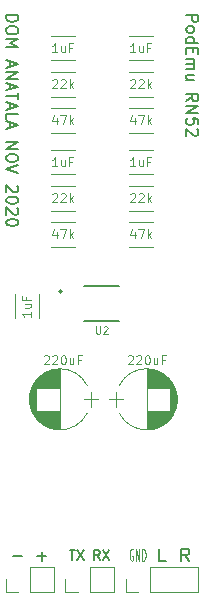
<source format=gbr>
%TF.GenerationSoftware,KiCad,Pcbnew,(5.1.8)-1*%
%TF.CreationDate,2020-11-16T23:50:31-05:00*%
%TF.ProjectId,podemu_customboard,706f6465-6d75-45f6-9375-73746f6d626f,rev?*%
%TF.SameCoordinates,Original*%
%TF.FileFunction,Legend,Top*%
%TF.FilePolarity,Positive*%
%FSLAX46Y46*%
G04 Gerber Fmt 4.6, Leading zero omitted, Abs format (unit mm)*
G04 Created by KiCad (PCBNEW (5.1.8)-1) date 2020-11-16 23:50:31*
%MOMM*%
%LPD*%
G01*
G04 APERTURE LIST*
%ADD10C,0.150000*%
%ADD11C,0.125000*%
%ADD12C,0.200000*%
%ADD13C,0.127000*%
%ADD14C,0.120000*%
%ADD15C,0.100000*%
G04 APERTURE END LIST*
D10*
X166679619Y-96505238D02*
X167679619Y-96505238D01*
X167679619Y-96743333D01*
X167632000Y-96886190D01*
X167536761Y-96981428D01*
X167441523Y-97029047D01*
X167251047Y-97076666D01*
X167108190Y-97076666D01*
X166917714Y-97029047D01*
X166822476Y-96981428D01*
X166727238Y-96886190D01*
X166679619Y-96743333D01*
X166679619Y-96505238D01*
X167679619Y-97695714D02*
X167679619Y-97886190D01*
X167632000Y-97981428D01*
X167536761Y-98076666D01*
X167346285Y-98124285D01*
X167012952Y-98124285D01*
X166822476Y-98076666D01*
X166727238Y-97981428D01*
X166679619Y-97886190D01*
X166679619Y-97695714D01*
X166727238Y-97600476D01*
X166822476Y-97505238D01*
X167012952Y-97457619D01*
X167346285Y-97457619D01*
X167536761Y-97505238D01*
X167632000Y-97600476D01*
X167679619Y-97695714D01*
X166679619Y-98552857D02*
X167679619Y-98552857D01*
X166965333Y-98886190D01*
X167679619Y-99219523D01*
X166679619Y-99219523D01*
X166965333Y-100410000D02*
X166965333Y-100886190D01*
X166679619Y-100314761D02*
X167679619Y-100648095D01*
X166679619Y-100981428D01*
X166679619Y-101314761D02*
X167679619Y-101314761D01*
X166679619Y-101886190D01*
X167679619Y-101886190D01*
X166965333Y-102314761D02*
X166965333Y-102790952D01*
X166679619Y-102219523D02*
X167679619Y-102552857D01*
X166679619Y-102886190D01*
X167679619Y-103076666D02*
X167679619Y-103648095D01*
X166679619Y-103362380D02*
X167679619Y-103362380D01*
X166965333Y-103933809D02*
X166965333Y-104410000D01*
X166679619Y-103838571D02*
X167679619Y-104171904D01*
X166679619Y-104505238D01*
X166679619Y-105314761D02*
X166679619Y-104838571D01*
X167679619Y-104838571D01*
X166965333Y-105600476D02*
X166965333Y-106076666D01*
X166679619Y-105505238D02*
X167679619Y-105838571D01*
X166679619Y-106171904D01*
X166679619Y-107267142D02*
X167679619Y-107267142D01*
X166679619Y-107838571D01*
X167679619Y-107838571D01*
X167679619Y-108505238D02*
X167679619Y-108695714D01*
X167632000Y-108790952D01*
X167536761Y-108886190D01*
X167346285Y-108933809D01*
X167012952Y-108933809D01*
X166822476Y-108886190D01*
X166727238Y-108790952D01*
X166679619Y-108695714D01*
X166679619Y-108505238D01*
X166727238Y-108410000D01*
X166822476Y-108314761D01*
X167012952Y-108267142D01*
X167346285Y-108267142D01*
X167536761Y-108314761D01*
X167632000Y-108410000D01*
X167679619Y-108505238D01*
X167679619Y-109219523D02*
X166679619Y-109552857D01*
X167679619Y-109886190D01*
X167584380Y-110933809D02*
X167632000Y-110981428D01*
X167679619Y-111076666D01*
X167679619Y-111314761D01*
X167632000Y-111410000D01*
X167584380Y-111457619D01*
X167489142Y-111505238D01*
X167393904Y-111505238D01*
X167251047Y-111457619D01*
X166679619Y-110886190D01*
X166679619Y-111505238D01*
X167679619Y-112124285D02*
X167679619Y-112219523D01*
X167632000Y-112314761D01*
X167584380Y-112362380D01*
X167489142Y-112410000D01*
X167298666Y-112457619D01*
X167060571Y-112457619D01*
X166870095Y-112410000D01*
X166774857Y-112362380D01*
X166727238Y-112314761D01*
X166679619Y-112219523D01*
X166679619Y-112124285D01*
X166727238Y-112029047D01*
X166774857Y-111981428D01*
X166870095Y-111933809D01*
X167060571Y-111886190D01*
X167298666Y-111886190D01*
X167489142Y-111933809D01*
X167584380Y-111981428D01*
X167632000Y-112029047D01*
X167679619Y-112124285D01*
X167584380Y-112838571D02*
X167632000Y-112886190D01*
X167679619Y-112981428D01*
X167679619Y-113219523D01*
X167632000Y-113314761D01*
X167584380Y-113362380D01*
X167489142Y-113410000D01*
X167393904Y-113410000D01*
X167251047Y-113362380D01*
X166679619Y-112790952D01*
X166679619Y-113410000D01*
X167679619Y-114029047D02*
X167679619Y-114124285D01*
X167632000Y-114219523D01*
X167584380Y-114267142D01*
X167489142Y-114314761D01*
X167298666Y-114362380D01*
X167060571Y-114362380D01*
X166870095Y-114314761D01*
X166774857Y-114267142D01*
X166727238Y-114219523D01*
X166679619Y-114124285D01*
X166679619Y-114029047D01*
X166727238Y-113933809D01*
X166774857Y-113886190D01*
X166870095Y-113838571D01*
X167060571Y-113790952D01*
X167298666Y-113790952D01*
X167489142Y-113838571D01*
X167584380Y-113886190D01*
X167632000Y-113933809D01*
X167679619Y-114029047D01*
X181919619Y-96504761D02*
X182919619Y-96504761D01*
X182919619Y-96885714D01*
X182872000Y-96980952D01*
X182824380Y-97028571D01*
X182729142Y-97076190D01*
X182586285Y-97076190D01*
X182491047Y-97028571D01*
X182443428Y-96980952D01*
X182395809Y-96885714D01*
X182395809Y-96504761D01*
X181919619Y-97647619D02*
X181967238Y-97552380D01*
X182014857Y-97504761D01*
X182110095Y-97457142D01*
X182395809Y-97457142D01*
X182491047Y-97504761D01*
X182538666Y-97552380D01*
X182586285Y-97647619D01*
X182586285Y-97790476D01*
X182538666Y-97885714D01*
X182491047Y-97933333D01*
X182395809Y-97980952D01*
X182110095Y-97980952D01*
X182014857Y-97933333D01*
X181967238Y-97885714D01*
X181919619Y-97790476D01*
X181919619Y-97647619D01*
X181919619Y-98838095D02*
X182919619Y-98838095D01*
X181967238Y-98838095D02*
X181919619Y-98742857D01*
X181919619Y-98552380D01*
X181967238Y-98457142D01*
X182014857Y-98409523D01*
X182110095Y-98361904D01*
X182395809Y-98361904D01*
X182491047Y-98409523D01*
X182538666Y-98457142D01*
X182586285Y-98552380D01*
X182586285Y-98742857D01*
X182538666Y-98838095D01*
X182443428Y-99314285D02*
X182443428Y-99647619D01*
X181919619Y-99790476D02*
X181919619Y-99314285D01*
X182919619Y-99314285D01*
X182919619Y-99790476D01*
X181919619Y-100219047D02*
X182586285Y-100219047D01*
X182491047Y-100219047D02*
X182538666Y-100266666D01*
X182586285Y-100361904D01*
X182586285Y-100504761D01*
X182538666Y-100600000D01*
X182443428Y-100647619D01*
X181919619Y-100647619D01*
X182443428Y-100647619D02*
X182538666Y-100695238D01*
X182586285Y-100790476D01*
X182586285Y-100933333D01*
X182538666Y-101028571D01*
X182443428Y-101076190D01*
X181919619Y-101076190D01*
X182586285Y-101980952D02*
X181919619Y-101980952D01*
X182586285Y-101552380D02*
X182062476Y-101552380D01*
X181967238Y-101600000D01*
X181919619Y-101695238D01*
X181919619Y-101838095D01*
X181967238Y-101933333D01*
X182014857Y-101980952D01*
X181919619Y-103790476D02*
X182395809Y-103457142D01*
X181919619Y-103219047D02*
X182919619Y-103219047D01*
X182919619Y-103600000D01*
X182872000Y-103695238D01*
X182824380Y-103742857D01*
X182729142Y-103790476D01*
X182586285Y-103790476D01*
X182491047Y-103742857D01*
X182443428Y-103695238D01*
X182395809Y-103600000D01*
X182395809Y-103219047D01*
X181919619Y-104219047D02*
X182919619Y-104219047D01*
X181919619Y-104790476D01*
X182919619Y-104790476D01*
X182919619Y-105742857D02*
X182919619Y-105266666D01*
X182443428Y-105219047D01*
X182491047Y-105266666D01*
X182538666Y-105361904D01*
X182538666Y-105600000D01*
X182491047Y-105695238D01*
X182443428Y-105742857D01*
X182348190Y-105790476D01*
X182110095Y-105790476D01*
X182014857Y-105742857D01*
X181967238Y-105695238D01*
X181919619Y-105600000D01*
X181919619Y-105361904D01*
X181967238Y-105266666D01*
X182014857Y-105219047D01*
X182824380Y-106171428D02*
X182872000Y-106219047D01*
X182919619Y-106314285D01*
X182919619Y-106552380D01*
X182872000Y-106647619D01*
X182824380Y-106695238D01*
X182729142Y-106742857D01*
X182633904Y-106742857D01*
X182491047Y-106695238D01*
X181919619Y-106123809D01*
X181919619Y-106742857D01*
D11*
X177419047Y-141740000D02*
X177371428Y-141692380D01*
X177300000Y-141692380D01*
X177228571Y-141740000D01*
X177180952Y-141835238D01*
X177157142Y-141930476D01*
X177133333Y-142120952D01*
X177133333Y-142263809D01*
X177157142Y-142454285D01*
X177180952Y-142549523D01*
X177228571Y-142644761D01*
X177300000Y-142692380D01*
X177347619Y-142692380D01*
X177419047Y-142644761D01*
X177442857Y-142597142D01*
X177442857Y-142263809D01*
X177347619Y-142263809D01*
X177657142Y-142692380D02*
X177657142Y-141692380D01*
X177942857Y-142692380D01*
X177942857Y-141692380D01*
X178180952Y-142692380D02*
X178180952Y-141692380D01*
X178300000Y-141692380D01*
X178371428Y-141740000D01*
X178419047Y-141835238D01*
X178442857Y-141930476D01*
X178466666Y-142120952D01*
X178466666Y-142263809D01*
X178442857Y-142454285D01*
X178419047Y-142549523D01*
X178371428Y-142644761D01*
X178300000Y-142692380D01*
X178180952Y-142692380D01*
D12*
%TO.C,U2*%
X171352000Y-119904000D02*
G75*
G03*
X171352000Y-119904000I-100000J0D01*
G01*
D13*
X173252000Y-122404000D02*
X176252000Y-122404000D01*
X176252000Y-119404000D02*
X173252000Y-119404000D01*
D14*
%TO.C,L R*%
X182892000Y-145332000D02*
X182892000Y-143212000D01*
X178832000Y-145332000D02*
X182892000Y-145332000D01*
X178832000Y-143212000D02*
X182892000Y-143212000D01*
X178832000Y-145332000D02*
X178832000Y-143212000D01*
X177832000Y-145332000D02*
X176772000Y-145332000D01*
X176772000Y-145332000D02*
X176772000Y-144272000D01*
%TO.C,C5*%
X179054000Y-98294000D02*
X177054000Y-98294000D01*
X177054000Y-100334000D02*
X179054000Y-100334000D01*
%TO.C,R8*%
X179054000Y-106480000D02*
X177054000Y-106480000D01*
X177054000Y-104340000D02*
X179054000Y-104340000D01*
%TO.C,R2*%
X179054000Y-103432000D02*
X177054000Y-103432000D01*
X177054000Y-101292000D02*
X179054000Y-101292000D01*
%TO.C,C4*%
X170450000Y-109986000D02*
X172450000Y-109986000D01*
X172450000Y-107946000D02*
X170450000Y-107946000D01*
%TO.C,C6*%
X172450000Y-98294000D02*
X170450000Y-98294000D01*
X170450000Y-100334000D02*
X172450000Y-100334000D01*
%TO.C,C7*%
X177054000Y-109986000D02*
X179054000Y-109986000D01*
X179054000Y-107946000D02*
X177054000Y-107946000D01*
%TO.C,C8*%
X169422000Y-122158000D02*
X169422000Y-120158000D01*
X167382000Y-120158000D02*
X167382000Y-122158000D01*
%TO.C,220uF*%
X178546000Y-126482000D02*
X178546000Y-131582000D01*
X178586000Y-126482000D02*
X178586000Y-128052000D01*
X178586000Y-130012000D02*
X178586000Y-131582000D01*
X178626000Y-126483000D02*
X178626000Y-128052000D01*
X178626000Y-130012000D02*
X178626000Y-131581000D01*
X178666000Y-126484000D02*
X178666000Y-128052000D01*
X178666000Y-130012000D02*
X178666000Y-131580000D01*
X178706000Y-126486000D02*
X178706000Y-128052000D01*
X178706000Y-130012000D02*
X178706000Y-131578000D01*
X178746000Y-126489000D02*
X178746000Y-128052000D01*
X178746000Y-130012000D02*
X178746000Y-131575000D01*
X178786000Y-126493000D02*
X178786000Y-128052000D01*
X178786000Y-130012000D02*
X178786000Y-131571000D01*
X178826000Y-126497000D02*
X178826000Y-128052000D01*
X178826000Y-130012000D02*
X178826000Y-131567000D01*
X178866000Y-126501000D02*
X178866000Y-128052000D01*
X178866000Y-130012000D02*
X178866000Y-131563000D01*
X178906000Y-126507000D02*
X178906000Y-128052000D01*
X178906000Y-130012000D02*
X178906000Y-131557000D01*
X178946000Y-126513000D02*
X178946000Y-128052000D01*
X178946000Y-130012000D02*
X178946000Y-131551000D01*
X178986000Y-126519000D02*
X178986000Y-128052000D01*
X178986000Y-130012000D02*
X178986000Y-131545000D01*
X179026000Y-126526000D02*
X179026000Y-128052000D01*
X179026000Y-130012000D02*
X179026000Y-131538000D01*
X179066000Y-126534000D02*
X179066000Y-128052000D01*
X179066000Y-130012000D02*
X179066000Y-131530000D01*
X179106000Y-126543000D02*
X179106000Y-128052000D01*
X179106000Y-130012000D02*
X179106000Y-131521000D01*
X179146000Y-126552000D02*
X179146000Y-128052000D01*
X179146000Y-130012000D02*
X179146000Y-131512000D01*
X179186000Y-126562000D02*
X179186000Y-128052000D01*
X179186000Y-130012000D02*
X179186000Y-131502000D01*
X179226000Y-126572000D02*
X179226000Y-128052000D01*
X179226000Y-130012000D02*
X179226000Y-131492000D01*
X179267000Y-126584000D02*
X179267000Y-128052000D01*
X179267000Y-130012000D02*
X179267000Y-131480000D01*
X179307000Y-126596000D02*
X179307000Y-128052000D01*
X179307000Y-130012000D02*
X179307000Y-131468000D01*
X179347000Y-126608000D02*
X179347000Y-128052000D01*
X179347000Y-130012000D02*
X179347000Y-131456000D01*
X179387000Y-126622000D02*
X179387000Y-128052000D01*
X179387000Y-130012000D02*
X179387000Y-131442000D01*
X179427000Y-126636000D02*
X179427000Y-128052000D01*
X179427000Y-130012000D02*
X179427000Y-131428000D01*
X179467000Y-126650000D02*
X179467000Y-128052000D01*
X179467000Y-130012000D02*
X179467000Y-131414000D01*
X179507000Y-126666000D02*
X179507000Y-128052000D01*
X179507000Y-130012000D02*
X179507000Y-131398000D01*
X179547000Y-126682000D02*
X179547000Y-128052000D01*
X179547000Y-130012000D02*
X179547000Y-131382000D01*
X179587000Y-126699000D02*
X179587000Y-128052000D01*
X179587000Y-130012000D02*
X179587000Y-131365000D01*
X179627000Y-126717000D02*
X179627000Y-128052000D01*
X179627000Y-130012000D02*
X179627000Y-131347000D01*
X179667000Y-126736000D02*
X179667000Y-128052000D01*
X179667000Y-130012000D02*
X179667000Y-131328000D01*
X179707000Y-126756000D02*
X179707000Y-128052000D01*
X179707000Y-130012000D02*
X179707000Y-131308000D01*
X179747000Y-126776000D02*
X179747000Y-128052000D01*
X179747000Y-130012000D02*
X179747000Y-131288000D01*
X179787000Y-126798000D02*
X179787000Y-128052000D01*
X179787000Y-130012000D02*
X179787000Y-131266000D01*
X179827000Y-126820000D02*
X179827000Y-128052000D01*
X179827000Y-130012000D02*
X179827000Y-131244000D01*
X179867000Y-126843000D02*
X179867000Y-128052000D01*
X179867000Y-130012000D02*
X179867000Y-131221000D01*
X179907000Y-126867000D02*
X179907000Y-128052000D01*
X179907000Y-130012000D02*
X179907000Y-131197000D01*
X179947000Y-126892000D02*
X179947000Y-128052000D01*
X179947000Y-130012000D02*
X179947000Y-131172000D01*
X179987000Y-126919000D02*
X179987000Y-128052000D01*
X179987000Y-130012000D02*
X179987000Y-131145000D01*
X180027000Y-126946000D02*
X180027000Y-128052000D01*
X180027000Y-130012000D02*
X180027000Y-131118000D01*
X180067000Y-126974000D02*
X180067000Y-128052000D01*
X180067000Y-130012000D02*
X180067000Y-131090000D01*
X180107000Y-127004000D02*
X180107000Y-128052000D01*
X180107000Y-130012000D02*
X180107000Y-131060000D01*
X180147000Y-127035000D02*
X180147000Y-128052000D01*
X180147000Y-130012000D02*
X180147000Y-131029000D01*
X180187000Y-127067000D02*
X180187000Y-128052000D01*
X180187000Y-130012000D02*
X180187000Y-130997000D01*
X180227000Y-127100000D02*
X180227000Y-128052000D01*
X180227000Y-130012000D02*
X180227000Y-130964000D01*
X180267000Y-127135000D02*
X180267000Y-128052000D01*
X180267000Y-130012000D02*
X180267000Y-130929000D01*
X180307000Y-127171000D02*
X180307000Y-128052000D01*
X180307000Y-130012000D02*
X180307000Y-130893000D01*
X180347000Y-127209000D02*
X180347000Y-128052000D01*
X180347000Y-130012000D02*
X180347000Y-130855000D01*
X180387000Y-127249000D02*
X180387000Y-128052000D01*
X180387000Y-130012000D02*
X180387000Y-130815000D01*
X180427000Y-127290000D02*
X180427000Y-128052000D01*
X180427000Y-130012000D02*
X180427000Y-130774000D01*
X180467000Y-127333000D02*
X180467000Y-128052000D01*
X180467000Y-130012000D02*
X180467000Y-130731000D01*
X180507000Y-127378000D02*
X180507000Y-128052000D01*
X180507000Y-130012000D02*
X180507000Y-130686000D01*
X180547000Y-127426000D02*
X180547000Y-130638000D01*
X180587000Y-127476000D02*
X180587000Y-130588000D01*
X180627000Y-127528000D02*
X180627000Y-130536000D01*
X180667000Y-127584000D02*
X180667000Y-130480000D01*
X180707000Y-127642000D02*
X180707000Y-130422000D01*
X180747000Y-127705000D02*
X180747000Y-130359000D01*
X180787000Y-127771000D02*
X180787000Y-130293000D01*
X180827000Y-127843000D02*
X180827000Y-130221000D01*
X180867000Y-127920000D02*
X180867000Y-130144000D01*
X180907000Y-128004000D02*
X180907000Y-130060000D01*
X180947000Y-128098000D02*
X180947000Y-129966000D01*
X180987000Y-128203000D02*
X180987000Y-129861000D01*
X181027000Y-128325000D02*
X181027000Y-129739000D01*
X181067000Y-128473000D02*
X181067000Y-129591000D01*
X181107000Y-128678000D02*
X181107000Y-129386000D01*
X175346000Y-129032000D02*
X176546000Y-129032000D01*
X175946000Y-128382000D02*
X175946000Y-129682000D01*
X180851722Y-130211723D02*
G75*
G03*
X180851580Y-127852000I-2305722J1179723D01*
G01*
X180851722Y-130211723D02*
G75*
G02*
X176240420Y-130212000I-2305722J1179723D01*
G01*
X180851722Y-127852277D02*
G75*
G03*
X176240420Y-127852000I-2305722J-1179723D01*
G01*
X173812000Y-129682000D02*
X173812000Y-128382000D01*
X174412000Y-129032000D02*
X173212000Y-129032000D01*
X168651000Y-129386000D02*
X168651000Y-128678000D01*
X168691000Y-129591000D02*
X168691000Y-128473000D01*
X168731000Y-129739000D02*
X168731000Y-128325000D01*
X168771000Y-129861000D02*
X168771000Y-128203000D01*
X168811000Y-129966000D02*
X168811000Y-128098000D01*
X168851000Y-130060000D02*
X168851000Y-128004000D01*
X168891000Y-130144000D02*
X168891000Y-127920000D01*
X168931000Y-130221000D02*
X168931000Y-127843000D01*
X168971000Y-130293000D02*
X168971000Y-127771000D01*
X169011000Y-130359000D02*
X169011000Y-127705000D01*
X169051000Y-130422000D02*
X169051000Y-127642000D01*
X169091000Y-130480000D02*
X169091000Y-127584000D01*
X169131000Y-130536000D02*
X169131000Y-127528000D01*
X169171000Y-130588000D02*
X169171000Y-127476000D01*
X169211000Y-130638000D02*
X169211000Y-127426000D01*
X169251000Y-128052000D02*
X169251000Y-127378000D01*
X169251000Y-130686000D02*
X169251000Y-130012000D01*
X169291000Y-128052000D02*
X169291000Y-127333000D01*
X169291000Y-130731000D02*
X169291000Y-130012000D01*
X169331000Y-128052000D02*
X169331000Y-127290000D01*
X169331000Y-130774000D02*
X169331000Y-130012000D01*
X169371000Y-128052000D02*
X169371000Y-127249000D01*
X169371000Y-130815000D02*
X169371000Y-130012000D01*
X169411000Y-128052000D02*
X169411000Y-127209000D01*
X169411000Y-130855000D02*
X169411000Y-130012000D01*
X169451000Y-128052000D02*
X169451000Y-127171000D01*
X169451000Y-130893000D02*
X169451000Y-130012000D01*
X169491000Y-128052000D02*
X169491000Y-127135000D01*
X169491000Y-130929000D02*
X169491000Y-130012000D01*
X169531000Y-128052000D02*
X169531000Y-127100000D01*
X169531000Y-130964000D02*
X169531000Y-130012000D01*
X169571000Y-128052000D02*
X169571000Y-127067000D01*
X169571000Y-130997000D02*
X169571000Y-130012000D01*
X169611000Y-128052000D02*
X169611000Y-127035000D01*
X169611000Y-131029000D02*
X169611000Y-130012000D01*
X169651000Y-128052000D02*
X169651000Y-127004000D01*
X169651000Y-131060000D02*
X169651000Y-130012000D01*
X169691000Y-128052000D02*
X169691000Y-126974000D01*
X169691000Y-131090000D02*
X169691000Y-130012000D01*
X169731000Y-128052000D02*
X169731000Y-126946000D01*
X169731000Y-131118000D02*
X169731000Y-130012000D01*
X169771000Y-128052000D02*
X169771000Y-126919000D01*
X169771000Y-131145000D02*
X169771000Y-130012000D01*
X169811000Y-128052000D02*
X169811000Y-126892000D01*
X169811000Y-131172000D02*
X169811000Y-130012000D01*
X169851000Y-128052000D02*
X169851000Y-126867000D01*
X169851000Y-131197000D02*
X169851000Y-130012000D01*
X169891000Y-128052000D02*
X169891000Y-126843000D01*
X169891000Y-131221000D02*
X169891000Y-130012000D01*
X169931000Y-128052000D02*
X169931000Y-126820000D01*
X169931000Y-131244000D02*
X169931000Y-130012000D01*
X169971000Y-128052000D02*
X169971000Y-126798000D01*
X169971000Y-131266000D02*
X169971000Y-130012000D01*
X170011000Y-128052000D02*
X170011000Y-126776000D01*
X170011000Y-131288000D02*
X170011000Y-130012000D01*
X170051000Y-128052000D02*
X170051000Y-126756000D01*
X170051000Y-131308000D02*
X170051000Y-130012000D01*
X170091000Y-128052000D02*
X170091000Y-126736000D01*
X170091000Y-131328000D02*
X170091000Y-130012000D01*
X170131000Y-128052000D02*
X170131000Y-126717000D01*
X170131000Y-131347000D02*
X170131000Y-130012000D01*
X170171000Y-128052000D02*
X170171000Y-126699000D01*
X170171000Y-131365000D02*
X170171000Y-130012000D01*
X170211000Y-128052000D02*
X170211000Y-126682000D01*
X170211000Y-131382000D02*
X170211000Y-130012000D01*
X170251000Y-128052000D02*
X170251000Y-126666000D01*
X170251000Y-131398000D02*
X170251000Y-130012000D01*
X170291000Y-128052000D02*
X170291000Y-126650000D01*
X170291000Y-131414000D02*
X170291000Y-130012000D01*
X170331000Y-128052000D02*
X170331000Y-126636000D01*
X170331000Y-131428000D02*
X170331000Y-130012000D01*
X170371000Y-128052000D02*
X170371000Y-126622000D01*
X170371000Y-131442000D02*
X170371000Y-130012000D01*
X170411000Y-128052000D02*
X170411000Y-126608000D01*
X170411000Y-131456000D02*
X170411000Y-130012000D01*
X170451000Y-128052000D02*
X170451000Y-126596000D01*
X170451000Y-131468000D02*
X170451000Y-130012000D01*
X170491000Y-128052000D02*
X170491000Y-126584000D01*
X170491000Y-131480000D02*
X170491000Y-130012000D01*
X170532000Y-128052000D02*
X170532000Y-126572000D01*
X170532000Y-131492000D02*
X170532000Y-130012000D01*
X170572000Y-128052000D02*
X170572000Y-126562000D01*
X170572000Y-131502000D02*
X170572000Y-130012000D01*
X170612000Y-128052000D02*
X170612000Y-126552000D01*
X170612000Y-131512000D02*
X170612000Y-130012000D01*
X170652000Y-128052000D02*
X170652000Y-126543000D01*
X170652000Y-131521000D02*
X170652000Y-130012000D01*
X170692000Y-128052000D02*
X170692000Y-126534000D01*
X170692000Y-131530000D02*
X170692000Y-130012000D01*
X170732000Y-128052000D02*
X170732000Y-126526000D01*
X170732000Y-131538000D02*
X170732000Y-130012000D01*
X170772000Y-128052000D02*
X170772000Y-126519000D01*
X170772000Y-131545000D02*
X170772000Y-130012000D01*
X170812000Y-128052000D02*
X170812000Y-126513000D01*
X170812000Y-131551000D02*
X170812000Y-130012000D01*
X170852000Y-128052000D02*
X170852000Y-126507000D01*
X170852000Y-131557000D02*
X170852000Y-130012000D01*
X170892000Y-128052000D02*
X170892000Y-126501000D01*
X170892000Y-131563000D02*
X170892000Y-130012000D01*
X170932000Y-128052000D02*
X170932000Y-126497000D01*
X170932000Y-131567000D02*
X170932000Y-130012000D01*
X170972000Y-128052000D02*
X170972000Y-126493000D01*
X170972000Y-131571000D02*
X170972000Y-130012000D01*
X171012000Y-128052000D02*
X171012000Y-126489000D01*
X171012000Y-131575000D02*
X171012000Y-130012000D01*
X171052000Y-128052000D02*
X171052000Y-126486000D01*
X171052000Y-131578000D02*
X171052000Y-130012000D01*
X171092000Y-128052000D02*
X171092000Y-126484000D01*
X171092000Y-131580000D02*
X171092000Y-130012000D01*
X171132000Y-128052000D02*
X171132000Y-126483000D01*
X171132000Y-131581000D02*
X171132000Y-130012000D01*
X171172000Y-128052000D02*
X171172000Y-126482000D01*
X171172000Y-131582000D02*
X171172000Y-130012000D01*
X171212000Y-131582000D02*
X171212000Y-126482000D01*
X168906278Y-130211723D02*
G75*
G03*
X173517580Y-130212000I2305722J1179723D01*
G01*
X168906278Y-127852277D02*
G75*
G02*
X173517580Y-127852000I2305722J-1179723D01*
G01*
X168906278Y-127852277D02*
G75*
G03*
X168906420Y-130212000I2305722J-1179723D01*
G01*
%TO.C,- +*%
X170732000Y-145332000D02*
X170732000Y-143212000D01*
X168672000Y-145332000D02*
X170732000Y-145332000D01*
X168672000Y-143212000D02*
X170732000Y-143212000D01*
X168672000Y-145332000D02*
X168672000Y-143212000D01*
X167672000Y-145332000D02*
X166612000Y-145332000D01*
X166612000Y-145332000D02*
X166612000Y-144272000D01*
%TO.C,R1*%
X170450000Y-110944000D02*
X172450000Y-110944000D01*
X172450000Y-113084000D02*
X170450000Y-113084000D01*
%TO.C,R3*%
X170450000Y-101292000D02*
X172450000Y-101292000D01*
X172450000Y-103432000D02*
X170450000Y-103432000D01*
%TO.C,R4*%
X177054000Y-110944000D02*
X179054000Y-110944000D01*
X179054000Y-113084000D02*
X177054000Y-113084000D01*
%TO.C,R5*%
X172450000Y-106480000D02*
X170450000Y-106480000D01*
X170450000Y-104340000D02*
X172450000Y-104340000D01*
%TO.C,R6*%
X172450000Y-116132000D02*
X170450000Y-116132000D01*
X170450000Y-113992000D02*
X172450000Y-113992000D01*
%TO.C,R7*%
X177054000Y-113992000D02*
X179054000Y-113992000D01*
X179054000Y-116132000D02*
X177054000Y-116132000D01*
%TO.C,TX RX*%
X175780000Y-145332000D02*
X175780000Y-143212000D01*
X173720000Y-145332000D02*
X175780000Y-145332000D01*
X173720000Y-143212000D02*
X175780000Y-143212000D01*
X173720000Y-145332000D02*
X173720000Y-143212000D01*
X172720000Y-145332000D02*
X171660000Y-145332000D01*
X171660000Y-145332000D02*
X171660000Y-144272000D01*
%TO.C,U2*%
D15*
X174264380Y-122839523D02*
X174264380Y-123357619D01*
X174294857Y-123418571D01*
X174325333Y-123449047D01*
X174386285Y-123479523D01*
X174508190Y-123479523D01*
X174569142Y-123449047D01*
X174599619Y-123418571D01*
X174630095Y-123357619D01*
X174630095Y-122839523D01*
X174904380Y-122900476D02*
X174934857Y-122870000D01*
X174995809Y-122839523D01*
X175148190Y-122839523D01*
X175209142Y-122870000D01*
X175239619Y-122900476D01*
X175270095Y-122961428D01*
X175270095Y-123022380D01*
X175239619Y-123113809D01*
X174873904Y-123479523D01*
X175270095Y-123479523D01*
%TO.C,L R*%
D10*
X180162285Y-142692380D02*
X179590857Y-142692380D01*
X179590857Y-141692380D01*
X182162285Y-142692380D02*
X181762285Y-142216190D01*
X181476571Y-142692380D02*
X181476571Y-141692380D01*
X181933714Y-141692380D01*
X182048000Y-141740000D01*
X182105142Y-141787619D01*
X182162285Y-141882857D01*
X182162285Y-142025714D01*
X182105142Y-142120952D01*
X182048000Y-142168571D01*
X181933714Y-142216190D01*
X181476571Y-142216190D01*
%TO.C,C5*%
D15*
X177607571Y-99653285D02*
X177179000Y-99653285D01*
X177393285Y-99653285D02*
X177393285Y-98903285D01*
X177321857Y-99010428D01*
X177250428Y-99081857D01*
X177179000Y-99117571D01*
X178250428Y-99153285D02*
X178250428Y-99653285D01*
X177929000Y-99153285D02*
X177929000Y-99546142D01*
X177964714Y-99617571D01*
X178036142Y-99653285D01*
X178143285Y-99653285D01*
X178214714Y-99617571D01*
X178250428Y-99581857D01*
X178857571Y-99260428D02*
X178607571Y-99260428D01*
X178607571Y-99653285D02*
X178607571Y-98903285D01*
X178964714Y-98903285D01*
%TO.C,R8*%
X177536142Y-105249285D02*
X177536142Y-105749285D01*
X177357571Y-104963571D02*
X177179000Y-105499285D01*
X177643285Y-105499285D01*
X177857571Y-104999285D02*
X178357571Y-104999285D01*
X178036142Y-105749285D01*
X178643285Y-105749285D02*
X178643285Y-104999285D01*
X178714714Y-105463571D02*
X178929000Y-105749285D01*
X178929000Y-105249285D02*
X178643285Y-105535000D01*
%TO.C,R2*%
X177179000Y-102022714D02*
X177214714Y-101987000D01*
X177286142Y-101951285D01*
X177464714Y-101951285D01*
X177536142Y-101987000D01*
X177571857Y-102022714D01*
X177607571Y-102094142D01*
X177607571Y-102165571D01*
X177571857Y-102272714D01*
X177143285Y-102701285D01*
X177607571Y-102701285D01*
X177893285Y-102022714D02*
X177929000Y-101987000D01*
X178000428Y-101951285D01*
X178179000Y-101951285D01*
X178250428Y-101987000D01*
X178286142Y-102022714D01*
X178321857Y-102094142D01*
X178321857Y-102165571D01*
X178286142Y-102272714D01*
X177857571Y-102701285D01*
X178321857Y-102701285D01*
X178643285Y-102701285D02*
X178643285Y-101951285D01*
X178714714Y-102415571D02*
X178929000Y-102701285D01*
X178929000Y-102201285D02*
X178643285Y-102487000D01*
%TO.C,C4*%
X171003571Y-109305285D02*
X170575000Y-109305285D01*
X170789285Y-109305285D02*
X170789285Y-108555285D01*
X170717857Y-108662428D01*
X170646428Y-108733857D01*
X170575000Y-108769571D01*
X171646428Y-108805285D02*
X171646428Y-109305285D01*
X171325000Y-108805285D02*
X171325000Y-109198142D01*
X171360714Y-109269571D01*
X171432142Y-109305285D01*
X171539285Y-109305285D01*
X171610714Y-109269571D01*
X171646428Y-109233857D01*
X172253571Y-108912428D02*
X172003571Y-108912428D01*
X172003571Y-109305285D02*
X172003571Y-108555285D01*
X172360714Y-108555285D01*
%TO.C,C6*%
X171003571Y-99653285D02*
X170575000Y-99653285D01*
X170789285Y-99653285D02*
X170789285Y-98903285D01*
X170717857Y-99010428D01*
X170646428Y-99081857D01*
X170575000Y-99117571D01*
X171646428Y-99153285D02*
X171646428Y-99653285D01*
X171325000Y-99153285D02*
X171325000Y-99546142D01*
X171360714Y-99617571D01*
X171432142Y-99653285D01*
X171539285Y-99653285D01*
X171610714Y-99617571D01*
X171646428Y-99581857D01*
X172253571Y-99260428D02*
X172003571Y-99260428D01*
X172003571Y-99653285D02*
X172003571Y-98903285D01*
X172360714Y-98903285D01*
%TO.C,C7*%
X177607571Y-109305285D02*
X177179000Y-109305285D01*
X177393285Y-109305285D02*
X177393285Y-108555285D01*
X177321857Y-108662428D01*
X177250428Y-108733857D01*
X177179000Y-108769571D01*
X178250428Y-108805285D02*
X178250428Y-109305285D01*
X177929000Y-108805285D02*
X177929000Y-109198142D01*
X177964714Y-109269571D01*
X178036142Y-109305285D01*
X178143285Y-109305285D01*
X178214714Y-109269571D01*
X178250428Y-109233857D01*
X178857571Y-108912428D02*
X178607571Y-108912428D01*
X178607571Y-109305285D02*
X178607571Y-108555285D01*
X178964714Y-108555285D01*
%TO.C,C8*%
X168741285Y-121604428D02*
X168741285Y-122033000D01*
X168741285Y-121818714D02*
X167991285Y-121818714D01*
X168098428Y-121890142D01*
X168169857Y-121961571D01*
X168205571Y-122033000D01*
X168241285Y-120961571D02*
X168741285Y-120961571D01*
X168241285Y-121283000D02*
X168634142Y-121283000D01*
X168705571Y-121247285D01*
X168741285Y-121175857D01*
X168741285Y-121068714D01*
X168705571Y-120997285D01*
X168669857Y-120961571D01*
X168348428Y-120354428D02*
X168348428Y-120604428D01*
X168741285Y-120604428D02*
X167991285Y-120604428D01*
X167991285Y-120247285D01*
%TO.C,220uF*%
X176972714Y-125390714D02*
X177008428Y-125355000D01*
X177079857Y-125319285D01*
X177258428Y-125319285D01*
X177329857Y-125355000D01*
X177365571Y-125390714D01*
X177401285Y-125462142D01*
X177401285Y-125533571D01*
X177365571Y-125640714D01*
X176937000Y-126069285D01*
X177401285Y-126069285D01*
X177687000Y-125390714D02*
X177722714Y-125355000D01*
X177794142Y-125319285D01*
X177972714Y-125319285D01*
X178044142Y-125355000D01*
X178079857Y-125390714D01*
X178115571Y-125462142D01*
X178115571Y-125533571D01*
X178079857Y-125640714D01*
X177651285Y-126069285D01*
X178115571Y-126069285D01*
X178579857Y-125319285D02*
X178651285Y-125319285D01*
X178722714Y-125355000D01*
X178758428Y-125390714D01*
X178794142Y-125462142D01*
X178829857Y-125605000D01*
X178829857Y-125783571D01*
X178794142Y-125926428D01*
X178758428Y-125997857D01*
X178722714Y-126033571D01*
X178651285Y-126069285D01*
X178579857Y-126069285D01*
X178508428Y-126033571D01*
X178472714Y-125997857D01*
X178437000Y-125926428D01*
X178401285Y-125783571D01*
X178401285Y-125605000D01*
X178437000Y-125462142D01*
X178472714Y-125390714D01*
X178508428Y-125355000D01*
X178579857Y-125319285D01*
X179472714Y-125569285D02*
X179472714Y-126069285D01*
X179151285Y-125569285D02*
X179151285Y-125962142D01*
X179187000Y-126033571D01*
X179258428Y-126069285D01*
X179365571Y-126069285D01*
X179437000Y-126033571D01*
X179472714Y-125997857D01*
X180079857Y-125676428D02*
X179829857Y-125676428D01*
X179829857Y-126069285D02*
X179829857Y-125319285D01*
X180187000Y-125319285D01*
X169860714Y-125390714D02*
X169896428Y-125355000D01*
X169967857Y-125319285D01*
X170146428Y-125319285D01*
X170217857Y-125355000D01*
X170253571Y-125390714D01*
X170289285Y-125462142D01*
X170289285Y-125533571D01*
X170253571Y-125640714D01*
X169825000Y-126069285D01*
X170289285Y-126069285D01*
X170575000Y-125390714D02*
X170610714Y-125355000D01*
X170682142Y-125319285D01*
X170860714Y-125319285D01*
X170932142Y-125355000D01*
X170967857Y-125390714D01*
X171003571Y-125462142D01*
X171003571Y-125533571D01*
X170967857Y-125640714D01*
X170539285Y-126069285D01*
X171003571Y-126069285D01*
X171467857Y-125319285D02*
X171539285Y-125319285D01*
X171610714Y-125355000D01*
X171646428Y-125390714D01*
X171682142Y-125462142D01*
X171717857Y-125605000D01*
X171717857Y-125783571D01*
X171682142Y-125926428D01*
X171646428Y-125997857D01*
X171610714Y-126033571D01*
X171539285Y-126069285D01*
X171467857Y-126069285D01*
X171396428Y-126033571D01*
X171360714Y-125997857D01*
X171325000Y-125926428D01*
X171289285Y-125783571D01*
X171289285Y-125605000D01*
X171325000Y-125462142D01*
X171360714Y-125390714D01*
X171396428Y-125355000D01*
X171467857Y-125319285D01*
X172360714Y-125569285D02*
X172360714Y-126069285D01*
X172039285Y-125569285D02*
X172039285Y-125962142D01*
X172075000Y-126033571D01*
X172146428Y-126069285D01*
X172253571Y-126069285D01*
X172325000Y-126033571D01*
X172360714Y-125997857D01*
X172967857Y-125676428D02*
X172717857Y-125676428D01*
X172717857Y-126069285D02*
X172717857Y-125319285D01*
X173075000Y-125319285D01*
%TO.C,- +*%
D10*
X167275047Y-142311428D02*
X168036952Y-142311428D01*
X169275047Y-142311428D02*
X170036952Y-142311428D01*
X169656000Y-142692380D02*
X169656000Y-141930476D01*
%TO.C,R1*%
D15*
X170575000Y-111674714D02*
X170610714Y-111639000D01*
X170682142Y-111603285D01*
X170860714Y-111603285D01*
X170932142Y-111639000D01*
X170967857Y-111674714D01*
X171003571Y-111746142D01*
X171003571Y-111817571D01*
X170967857Y-111924714D01*
X170539285Y-112353285D01*
X171003571Y-112353285D01*
X171289285Y-111674714D02*
X171325000Y-111639000D01*
X171396428Y-111603285D01*
X171575000Y-111603285D01*
X171646428Y-111639000D01*
X171682142Y-111674714D01*
X171717857Y-111746142D01*
X171717857Y-111817571D01*
X171682142Y-111924714D01*
X171253571Y-112353285D01*
X171717857Y-112353285D01*
X172039285Y-112353285D02*
X172039285Y-111603285D01*
X172110714Y-112067571D02*
X172325000Y-112353285D01*
X172325000Y-111853285D02*
X172039285Y-112139000D01*
%TO.C,R3*%
X170575000Y-102022714D02*
X170610714Y-101987000D01*
X170682142Y-101951285D01*
X170860714Y-101951285D01*
X170932142Y-101987000D01*
X170967857Y-102022714D01*
X171003571Y-102094142D01*
X171003571Y-102165571D01*
X170967857Y-102272714D01*
X170539285Y-102701285D01*
X171003571Y-102701285D01*
X171289285Y-102022714D02*
X171325000Y-101987000D01*
X171396428Y-101951285D01*
X171575000Y-101951285D01*
X171646428Y-101987000D01*
X171682142Y-102022714D01*
X171717857Y-102094142D01*
X171717857Y-102165571D01*
X171682142Y-102272714D01*
X171253571Y-102701285D01*
X171717857Y-102701285D01*
X172039285Y-102701285D02*
X172039285Y-101951285D01*
X172110714Y-102415571D02*
X172325000Y-102701285D01*
X172325000Y-102201285D02*
X172039285Y-102487000D01*
%TO.C,R4*%
X177179000Y-111674714D02*
X177214714Y-111639000D01*
X177286142Y-111603285D01*
X177464714Y-111603285D01*
X177536142Y-111639000D01*
X177571857Y-111674714D01*
X177607571Y-111746142D01*
X177607571Y-111817571D01*
X177571857Y-111924714D01*
X177143285Y-112353285D01*
X177607571Y-112353285D01*
X177893285Y-111674714D02*
X177929000Y-111639000D01*
X178000428Y-111603285D01*
X178179000Y-111603285D01*
X178250428Y-111639000D01*
X178286142Y-111674714D01*
X178321857Y-111746142D01*
X178321857Y-111817571D01*
X178286142Y-111924714D01*
X177857571Y-112353285D01*
X178321857Y-112353285D01*
X178643285Y-112353285D02*
X178643285Y-111603285D01*
X178714714Y-112067571D02*
X178929000Y-112353285D01*
X178929000Y-111853285D02*
X178643285Y-112139000D01*
%TO.C,R5*%
X170932142Y-105249285D02*
X170932142Y-105749285D01*
X170753571Y-104963571D02*
X170575000Y-105499285D01*
X171039285Y-105499285D01*
X171253571Y-104999285D02*
X171753571Y-104999285D01*
X171432142Y-105749285D01*
X172039285Y-105749285D02*
X172039285Y-104999285D01*
X172110714Y-105463571D02*
X172325000Y-105749285D01*
X172325000Y-105249285D02*
X172039285Y-105535000D01*
%TO.C,R6*%
X170932142Y-114901285D02*
X170932142Y-115401285D01*
X170753571Y-114615571D02*
X170575000Y-115151285D01*
X171039285Y-115151285D01*
X171253571Y-114651285D02*
X171753571Y-114651285D01*
X171432142Y-115401285D01*
X172039285Y-115401285D02*
X172039285Y-114651285D01*
X172110714Y-115115571D02*
X172325000Y-115401285D01*
X172325000Y-114901285D02*
X172039285Y-115187000D01*
%TO.C,R7*%
X177536142Y-114901285D02*
X177536142Y-115401285D01*
X177357571Y-114615571D02*
X177179000Y-115151285D01*
X177643285Y-115151285D01*
X177857571Y-114651285D02*
X178357571Y-114651285D01*
X178036142Y-115401285D01*
X178643285Y-115401285D02*
X178643285Y-114651285D01*
X178714714Y-115115571D02*
X178929000Y-115401285D01*
X178929000Y-114901285D02*
X178643285Y-115187000D01*
%TO.C,TX RX*%
D10*
X172040761Y-141801904D02*
X172497904Y-141801904D01*
X172269333Y-142601904D02*
X172269333Y-141801904D01*
X172688380Y-141801904D02*
X173221714Y-142601904D01*
X173221714Y-141801904D02*
X172688380Y-142601904D01*
X174593142Y-142601904D02*
X174326476Y-142220952D01*
X174136000Y-142601904D02*
X174136000Y-141801904D01*
X174440761Y-141801904D01*
X174516952Y-141840000D01*
X174555047Y-141878095D01*
X174593142Y-141954285D01*
X174593142Y-142068571D01*
X174555047Y-142144761D01*
X174516952Y-142182857D01*
X174440761Y-142220952D01*
X174136000Y-142220952D01*
X174859809Y-141801904D02*
X175393142Y-142601904D01*
X175393142Y-141801904D02*
X174859809Y-142601904D01*
%TD*%
M02*

</source>
